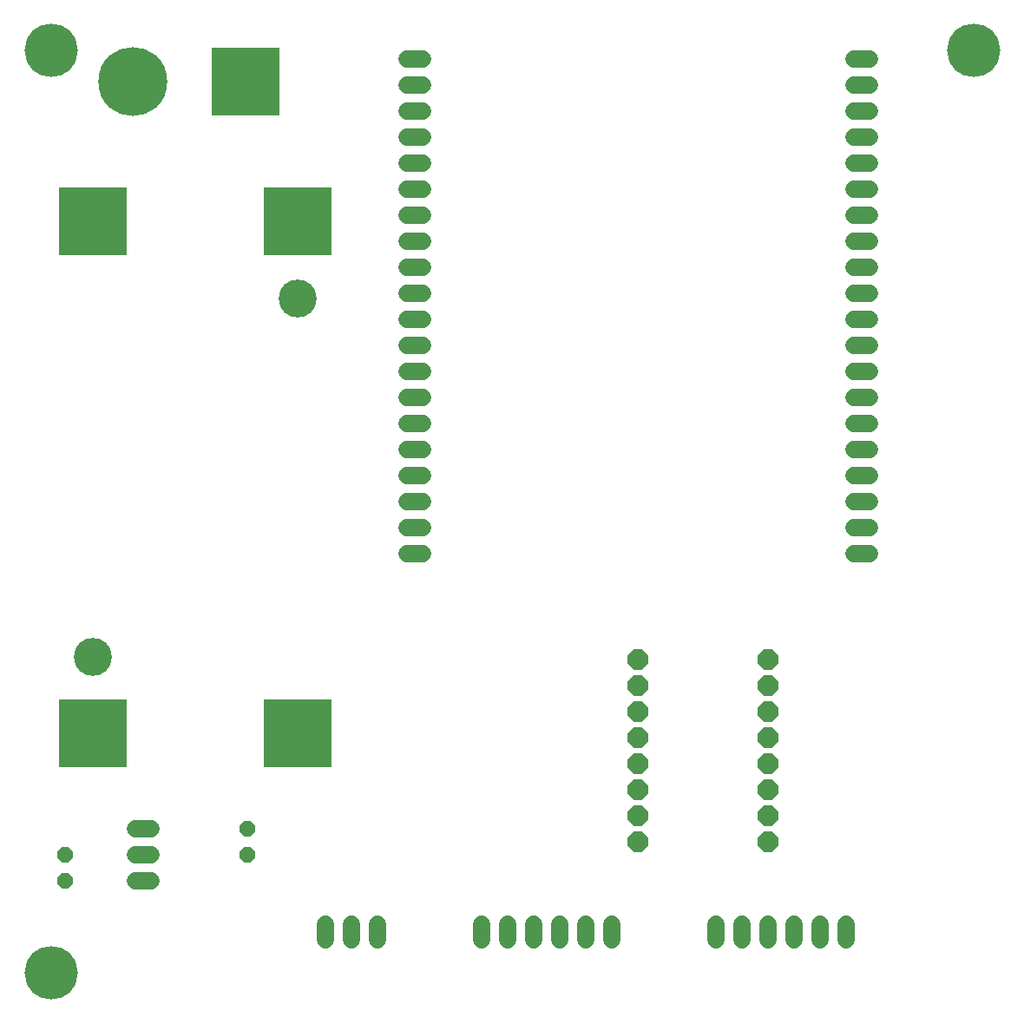
<source format=gbr>
G04 EAGLE Gerber RS-274X export*
G75*
%MOMM*%
%FSLAX34Y34*%
%LPD*%
%INSoldermask Bottom*%
%IPPOS*%
%AMOC8*
5,1,8,0,0,1.08239X$1,22.5*%
G01*
%ADD10C,5.203200*%
%ADD11P,1.649562X8X112.500000*%
%ADD12P,1.649562X8X292.500000*%
%ADD13P,2.144431X8X22.500000*%
%ADD14P,2.144431X8X202.500000*%
%ADD15C,1.727200*%
%ADD16R,6.654800X6.654800*%
%ADD17C,3.703200*%
%ADD18C,1.711200*%
%ADD19C,6.719200*%
%ADD20R,6.719200X6.719200*%


D10*
X50000Y50000D03*
X950000Y950000D03*
X50000Y950000D03*
D11*
X63500Y139700D03*
X63500Y165100D03*
D12*
X241300Y190500D03*
X241300Y165100D03*
D13*
X749300Y330200D03*
X749300Y304800D03*
X749300Y279400D03*
X749300Y254000D03*
X749300Y228600D03*
X749300Y203200D03*
X749300Y177800D03*
D14*
X622300Y177800D03*
X622300Y203200D03*
X622300Y228600D03*
X622300Y254000D03*
X622300Y279400D03*
X622300Y304800D03*
X622300Y330200D03*
X622300Y355600D03*
D13*
X749300Y355600D03*
D15*
X412620Y941300D02*
X397380Y941300D01*
X397380Y915900D02*
X412620Y915900D01*
X412620Y890500D02*
X397380Y890500D01*
X397380Y865100D02*
X412620Y865100D01*
X412620Y839700D02*
X397380Y839700D01*
X397380Y814300D02*
X412620Y814300D01*
X412620Y788900D02*
X397380Y788900D01*
X397380Y763500D02*
X412620Y763500D01*
X412620Y738100D02*
X397380Y738100D01*
X397380Y712700D02*
X412620Y712700D01*
X412620Y687300D02*
X397380Y687300D01*
X397380Y661900D02*
X412620Y661900D01*
X412620Y636500D02*
X397380Y636500D01*
X397380Y611100D02*
X412620Y611100D01*
X412620Y585700D02*
X397380Y585700D01*
X397380Y560300D02*
X412620Y560300D01*
X412620Y534900D02*
X397380Y534900D01*
X397380Y509500D02*
X412620Y509500D01*
X412620Y484100D02*
X397380Y484100D01*
X397380Y458700D02*
X412620Y458700D01*
X147320Y139700D02*
X132080Y139700D01*
X132080Y165100D02*
X147320Y165100D01*
X147320Y190500D02*
X132080Y190500D01*
X833380Y458700D02*
X848620Y458700D01*
X848620Y484100D02*
X833380Y484100D01*
X833380Y509500D02*
X848620Y509500D01*
X848620Y534900D02*
X833380Y534900D01*
X833380Y560300D02*
X848620Y560300D01*
X848620Y585700D02*
X833380Y585700D01*
X833380Y611100D02*
X848620Y611100D01*
X848620Y636500D02*
X833380Y636500D01*
X833380Y661900D02*
X848620Y661900D01*
X848620Y687300D02*
X833380Y687300D01*
X833380Y712700D02*
X848620Y712700D01*
X848620Y738100D02*
X833380Y738100D01*
X833380Y763500D02*
X848620Y763500D01*
X848620Y788900D02*
X833380Y788900D01*
X833380Y814300D02*
X848620Y814300D01*
X848620Y839700D02*
X833380Y839700D01*
X833380Y865100D02*
X848620Y865100D01*
X848620Y890500D02*
X833380Y890500D01*
X833380Y915900D02*
X848620Y915900D01*
X848620Y941300D02*
X833380Y941300D01*
D16*
X290500Y283400D03*
X90500Y283400D03*
X90500Y783400D03*
X290500Y783400D03*
D17*
X290500Y708400D03*
X90500Y358400D03*
D18*
X596900Y97240D02*
X596900Y82160D01*
X571500Y82160D02*
X571500Y97240D01*
X546100Y97240D02*
X546100Y82160D01*
X520700Y82160D02*
X520700Y97240D01*
X495300Y97240D02*
X495300Y82160D01*
X469900Y82160D02*
X469900Y97240D01*
X825500Y97240D02*
X825500Y82160D01*
X800100Y82160D02*
X800100Y97240D01*
X774700Y97240D02*
X774700Y82160D01*
X749300Y82160D02*
X749300Y97240D01*
X723900Y97240D02*
X723900Y82160D01*
X698500Y82160D02*
X698500Y97240D01*
X368300Y97240D02*
X368300Y82160D01*
X342900Y82160D02*
X342900Y97240D01*
X317500Y97240D02*
X317500Y82160D01*
D19*
X130000Y920000D03*
D20*
X240000Y920000D03*
M02*

</source>
